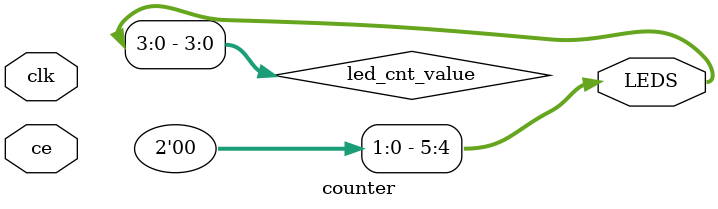
<source format=v>
module counter (
  input clk,
  input ce,
  output [5:0] LEDS
);
  assign LEDS[5:4] = 0;

  // Some initial code has been provided for you
  reg [3:0] led_cnt_value;
  assign LEDS[3:0] = led_cnt_value;

  // TODO: Instantiate a reg net to count the number of cycles
  // required to reach one second. Note that our clock period is 8ns.
  // Think about how many bits are needed for your reg.

  always @(posedge clk) begin
    // TODO: update the reg if clock is enabled (ce is 1).
    // Once the requisite number of cycles is reached, increment the count.

  end
endmodule


</source>
